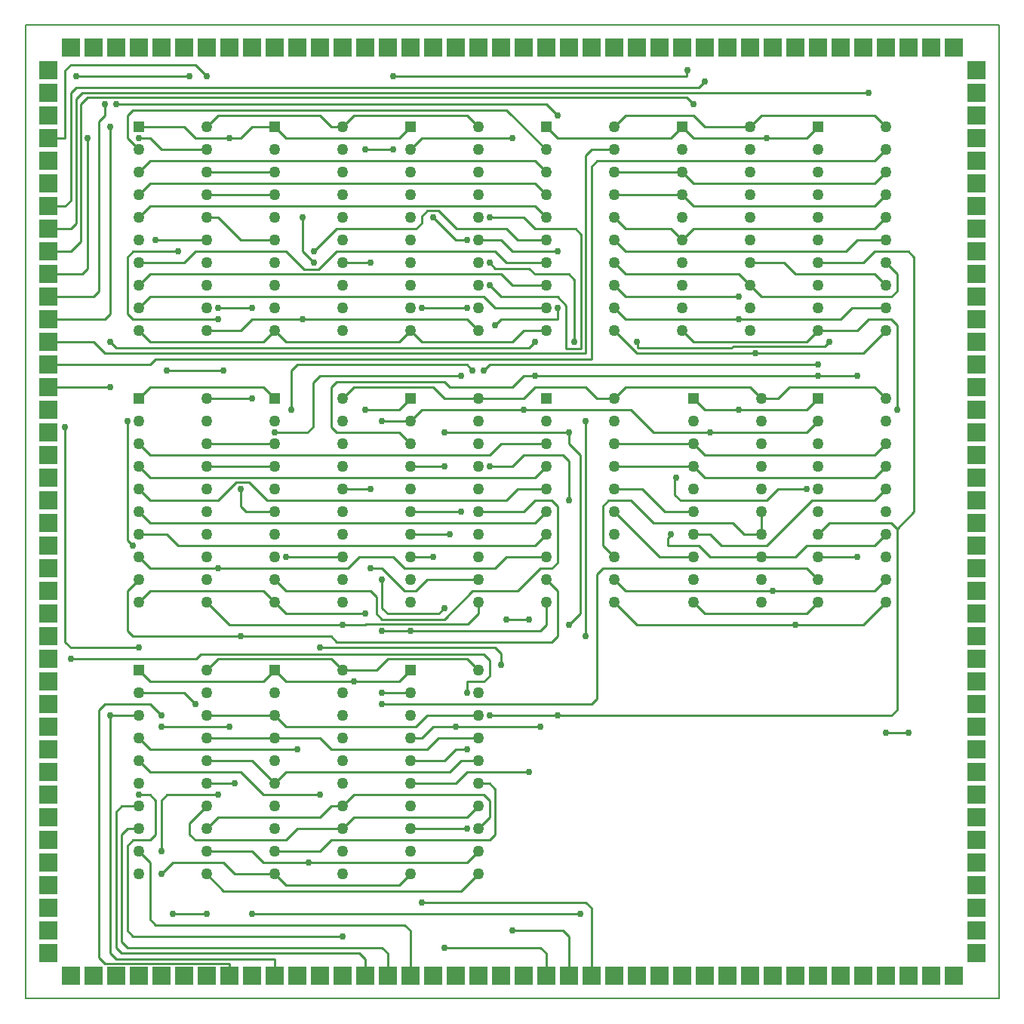
<source format=gbr>
G04 PROTEUS GERBER X2 FILE*
%TF.GenerationSoftware,Labcenter,Proteus,8.13-SP0-Build31525*%
%TF.CreationDate,2022-07-18T16:48:07+00:00*%
%TF.FileFunction,Copper,L1,Top*%
%TF.FilePolarity,Positive*%
%TF.Part,Single*%
%TF.SameCoordinates,{41493df7-e33e-458f-ac9c-d164e56dbbe3}*%
%FSLAX45Y45*%
%MOMM*%
G01*
%TA.AperFunction,Conductor*%
%ADD10C,0.254000*%
%TA.AperFunction,ViaPad*%
%ADD11C,0.762000*%
%TA.AperFunction,ComponentPad*%
%ADD12R,2.032000X2.032000*%
%TA.AperFunction,ComponentPad*%
%ADD13R,1.270000X1.270000*%
%ADD14C,1.270000*%
%TA.AperFunction,Profile*%
%ADD15C,0.203200*%
%TD.AperFunction*%
D10*
X-2667000Y+635000D02*
X-2296743Y+635000D01*
X-2233243Y+698500D01*
X-2233243Y+1195757D01*
X-2159000Y+1270000D01*
X-571500Y+1270000D01*
X-2667000Y+508000D02*
X-3429000Y+508000D01*
X-3428999Y+508000D01*
X-3429000Y+508001D01*
X-2476500Y+889000D02*
X-2476500Y+1333500D01*
X-2413000Y+1397000D01*
X-508000Y+1397000D01*
X-444500Y+1333500D01*
X-2667000Y+254000D02*
X-3429000Y+254000D01*
X-2667000Y-254000D02*
X-2984500Y-254000D01*
X-3048000Y-190500D01*
X-3048000Y+0D01*
X-2667000Y-1016000D02*
X-2540000Y-1143000D01*
X-1587500Y-1143000D01*
X-1524000Y-1206500D01*
X-1524000Y-1397000D01*
X-1460500Y-1460500D01*
X-762000Y-1460500D01*
X-444500Y-1143000D01*
X+63500Y-1143000D01*
X+317500Y-889000D01*
X+444500Y-889000D01*
X+508000Y-825500D01*
X+508000Y-190500D01*
X+444500Y-127000D01*
X+254000Y-127000D01*
X+127000Y-254000D01*
X-381000Y-254000D01*
X-127000Y-1968500D02*
X-127000Y-1841500D01*
X-190500Y-1778000D01*
X-2159000Y-1778000D01*
X-1905000Y-762000D02*
X-2540000Y-762000D01*
X-1460500Y-1016000D02*
X-1460500Y-1333500D01*
X-1397000Y-1397000D01*
X-825500Y-1397000D01*
X-762000Y-1333500D01*
X-1587500Y-889000D02*
X-1460500Y-889000D01*
X-1206500Y-1143000D01*
X-1079500Y-1143000D01*
X-952500Y-1016000D01*
X-381000Y-1016000D01*
X-1905000Y+0D02*
X-1587500Y+0D01*
X-1905000Y-1524000D02*
X-1651000Y-1524000D01*
X-1638300Y-1511300D01*
X-495300Y-1511300D01*
X-381000Y-1397000D01*
X-381000Y-1270000D01*
X-2032000Y-1524000D02*
X-1905000Y-1524000D01*
X-2032000Y-1524000D02*
X-3175000Y-1524000D01*
X-3429000Y-1270000D01*
X-2667000Y-2540000D02*
X-2540000Y-2667000D01*
X-1079500Y-2667000D01*
X-952499Y-2539999D01*
X-381000Y-2540000D01*
X-381000Y-2539999D01*
X-2667000Y-2540000D02*
X-3175000Y-2540000D01*
X-3175001Y-2539999D01*
X-3429000Y-2540000D01*
X-3429000Y-2539999D01*
X-2667000Y-2794000D02*
X-2159000Y-2794000D01*
X-2032000Y-2921000D01*
X-952500Y-2921000D01*
X-825500Y-2794000D01*
X-381000Y-2794000D01*
X-2667000Y-2794000D02*
X-3429000Y-2794000D01*
X-2667000Y-3302000D02*
X-2540000Y-3175000D01*
X-698500Y-3175000D01*
X-571500Y-3048000D01*
X-381000Y-3048000D01*
X-2667000Y-3302000D02*
X-2921000Y-3048000D01*
X-3429000Y-3048000D01*
X-2667000Y-4064000D02*
X-2159000Y-4064000D01*
X-2032000Y-3937000D01*
X-254000Y-3937000D01*
X-190500Y-3873500D01*
X-190500Y-3365500D01*
X-254000Y-3302000D01*
X-381000Y-3302000D01*
X-3111500Y-3302000D02*
X-3429000Y-3302000D01*
X-1905000Y-3810000D02*
X-2413000Y-3810000D01*
X-2540000Y-3937000D01*
X-3556000Y-3937000D01*
X-3619500Y-3873500D01*
X-3619500Y-3746500D01*
X-3429000Y-3556000D01*
X-1905000Y-3810000D02*
X-1778000Y-3683000D01*
X-508000Y-3683000D01*
X-381000Y-3556000D01*
X-1905000Y-3556000D02*
X-1778000Y-3429000D01*
X-317500Y-3429000D01*
X-254000Y-3492500D01*
X-254000Y-3683000D01*
X-381000Y-3810000D01*
X-1905000Y-3556000D02*
X-2032000Y-3556000D01*
X-2159000Y-3683000D01*
X-3302000Y-3683000D01*
X-3429000Y-3810000D01*
X-2032000Y-4191000D02*
X-508000Y-4191000D01*
X-381000Y-4064000D01*
X-2032000Y-4191000D02*
X-2286000Y-4191000D01*
X-2794000Y-4191000D01*
X-2921000Y-4064000D01*
X-3429000Y-4064000D01*
X-3429000Y-4318000D02*
X-3238500Y-4508500D01*
X-571500Y-4508500D01*
X-381000Y-4318000D01*
X+2032000Y+508000D02*
X+2159000Y+381000D01*
X+4063999Y+381000D01*
X+4191000Y+508000D01*
X+4191000Y+508001D01*
X+2032000Y+508000D02*
X+1397000Y+508000D01*
X+1396999Y+508001D01*
X+1143000Y+508000D01*
X+1143000Y+508001D01*
X+2032000Y+254000D02*
X+2159000Y+127000D01*
X+4064000Y+127000D01*
X+4191000Y+254000D01*
X+2032000Y+254000D02*
X+1143000Y+254000D01*
X+2032000Y-508000D02*
X+2222500Y-508000D01*
X+2349500Y-635000D01*
X+2857500Y-635000D01*
X+3365500Y-127000D01*
X+4064000Y-127000D01*
X+4191000Y+0D01*
X+2032000Y-254000D02*
X+1714500Y-254000D01*
X+1460500Y+0D01*
X+1143000Y+0D01*
X+2032000Y-762000D02*
X+1651000Y-762000D01*
X+1143000Y-254000D01*
X+2794000Y-762000D02*
X+3175000Y-762000D01*
X+3302000Y-635000D01*
X+4064000Y-635000D01*
X+4191000Y-508000D01*
X+2794000Y-762000D02*
X+2222500Y-762000D01*
X+2095500Y-635000D01*
X+1746873Y-635000D01*
X+1746873Y-546100D01*
X+1778000Y-514973D01*
X+1778000Y-508000D01*
X+2794000Y-508000D02*
X+2603500Y-508000D01*
X+2476500Y-381000D01*
X+1587500Y-381000D01*
X+1333500Y-127000D01*
X+1079500Y-127000D01*
X+1016000Y-190500D01*
X+1016000Y-635000D01*
X+1143000Y-762000D01*
X+2794000Y-508000D02*
X+2794000Y-254000D01*
X+2921000Y-1143000D02*
X+1270000Y-1143000D01*
X+1143000Y-1016000D01*
X+2921000Y-1143000D02*
X+4064000Y-1143000D01*
X+4191000Y-1016000D01*
X+3175000Y-1524000D02*
X+3937000Y-1524000D01*
X+4191000Y-1270000D01*
X+3048000Y-1524000D02*
X+1397000Y-1524000D01*
X+1143000Y-1270000D01*
X+3048000Y-1524000D02*
X+3175000Y-1524000D01*
X+1905000Y+3556000D02*
X+2032000Y+3429000D01*
X+4063999Y+3429000D01*
X+4191000Y+3556000D01*
X+4191000Y+3556001D01*
X+1905000Y+3556000D02*
X+1397000Y+3556000D01*
X+1396999Y+3556001D01*
X+1143000Y+3556000D01*
X+1143000Y+3556001D01*
X+1905000Y+3302000D02*
X+2032000Y+3175000D01*
X+4064000Y+3175000D01*
X+4191000Y+3302000D01*
X+1905000Y+3302000D02*
X+1143000Y+3302000D01*
X+1905000Y+2794000D02*
X+2032000Y+2921000D01*
X+4064000Y+2921000D01*
X+4191000Y+3048000D01*
X+1905000Y+2794000D02*
X+1778000Y+2921000D01*
X+1270000Y+2921000D01*
X+1143000Y+3048000D01*
X+1143000Y+2794000D02*
X+1270000Y+2667000D01*
X+3746500Y+2667000D01*
X+3873500Y+2794000D01*
X+4191000Y+2794000D01*
X+2667000Y+2286000D02*
X+2794000Y+2159000D01*
X+4254500Y+2159000D01*
X+4318000Y+2222500D01*
X+4318000Y+2413000D01*
X+4191000Y+2540000D01*
X+2667000Y+2286000D02*
X+2540000Y+2413000D01*
X+1270000Y+2413000D01*
X+1143000Y+2540000D01*
X+2667000Y+2540000D02*
X+3048000Y+2540000D01*
X+3175000Y+2413000D01*
X+4064000Y+2413000D01*
X+4191000Y+2286000D01*
X+2540000Y+2159000D02*
X+1270000Y+2159000D01*
X+1143000Y+2286000D01*
X+2540000Y+1905000D02*
X+3683000Y+1905000D01*
X+3810000Y+2032000D01*
X+4191000Y+2032000D01*
X+2540000Y+1905000D02*
X+1270000Y+1905000D01*
X+1143000Y+2032000D01*
X+2730500Y+1524000D02*
X+3937000Y+1524000D01*
X+4191000Y+1778000D01*
X+2730500Y+1524000D02*
X+1397000Y+1524000D01*
X+1143000Y+1778000D01*
X-2667000Y+3556000D02*
X-3175000Y+3556000D01*
X-3175001Y+3556001D01*
X-3429000Y+3556000D01*
X-3429000Y+3556001D01*
X-2667000Y+3302000D02*
X-3429000Y+3302000D01*
X-2667000Y+2794000D02*
X-3048000Y+2794000D01*
X-3302000Y+3048000D01*
X-3429000Y+3048000D01*
X+508000Y+2667000D02*
X+0Y+2667000D01*
X-127000Y+2794000D01*
X-381000Y+2794000D01*
X-4445000Y+4318000D02*
X+381000Y+4318000D01*
X+508000Y+4191000D01*
X-3429000Y+2794000D02*
X-4000500Y+2794000D01*
X-1905000Y+2540000D02*
X-1587500Y+2540000D01*
X-254000Y+3048000D02*
X+127000Y+3048000D01*
X+254000Y+2921000D01*
X+711200Y+2921000D01*
X+774700Y+2857500D01*
X+774700Y+1574800D01*
X+603250Y+1574800D01*
X+603250Y+2063750D01*
X+508000Y+2159000D01*
X-127000Y+2159000D01*
X-254000Y+2286000D01*
X-2349500Y+1905000D02*
X-508000Y+1905000D01*
X-381000Y+1778000D01*
X-2349500Y+1905000D02*
X-2921000Y+1905000D01*
X-3048000Y+1778000D01*
X-3429000Y+1778000D01*
X-2349500Y+3048000D02*
X-2349500Y+2667000D01*
X-2222500Y+2540000D01*
X-4191000Y+3810000D02*
X-4318000Y+3937000D01*
X-4318000Y+4191000D01*
X-4254500Y+4254500D01*
X-63500Y+4254500D01*
X+381000Y+3810000D01*
X-4191000Y+254000D02*
X-4064000Y+127000D01*
X+254000Y+127000D01*
X+381000Y+254000D01*
X-4191000Y-2794000D02*
X-4064000Y-2921000D01*
X-2413000Y-2921000D01*
X-4191000Y+0D02*
X-4064000Y-127000D01*
X-3302000Y-127000D01*
X-3098800Y+76200D01*
X-2950938Y+76200D01*
X-2747738Y-127000D01*
X-63500Y-127000D01*
X+63500Y+0D01*
X+381000Y+0D01*
X-4191000Y-3048000D02*
X-4064000Y-3175000D01*
X-3048000Y-3175000D01*
X-2794000Y-3429000D01*
X-2159000Y-3429000D01*
X-4191000Y-254000D02*
X-4064000Y-381000D01*
X+254000Y-381000D01*
X+381000Y-254000D01*
X-4191000Y-3429000D02*
X-4064000Y-3429000D01*
X-4000500Y-3492500D01*
X-4000500Y-3873500D01*
X-4064000Y-3937000D01*
X-4254500Y-3937000D01*
X-4318000Y-4000500D01*
X-4318000Y-4953000D01*
X-4254500Y-5016500D01*
X-1905000Y-5016500D01*
X-4191000Y-3556000D02*
X-4381500Y-3556000D01*
X-4445000Y-3619500D01*
X-4445000Y-5143500D01*
X-4381500Y-5207000D01*
X-1714500Y-5207000D01*
X-1651000Y-5270500D01*
X-1651000Y-5461000D01*
X-4191000Y-508000D02*
X-3873500Y-508000D01*
X-3746500Y-635000D01*
X+254000Y-635000D01*
X+381000Y-508000D01*
X-4191000Y-3810000D02*
X-4318000Y-3810000D01*
X-4381500Y-3873500D01*
X-4381500Y-5080000D01*
X-4318000Y-5143500D01*
X-1460500Y-5143500D01*
X-1397000Y-5207000D01*
X-1397000Y-5461000D01*
X-3302000Y-889000D02*
X-1841500Y-889000D01*
X-1714500Y-762000D01*
X-1333500Y-762000D01*
X-1206500Y-889000D01*
X-190500Y-889000D01*
X-63500Y-762000D01*
X+381000Y-762000D01*
X-3302000Y-889000D02*
X-4064000Y-889000D01*
X-4191000Y-762000D01*
X-3937000Y-2667000D02*
X-3175000Y-2667000D01*
X-4191000Y-4064000D02*
X-4064000Y-4191000D01*
X-4064000Y-4826000D01*
X-4000500Y-4889500D01*
X-1206500Y-4889500D01*
X-1143000Y-4953000D01*
X-1143000Y-5461000D01*
X-3048000Y-1651000D02*
X-4254500Y-1651000D01*
X-4318000Y-1587500D01*
X-4318000Y-1143000D01*
X-4191000Y-1016000D01*
X-3048000Y-1651000D02*
X-2032000Y-1651000D01*
X-1968500Y-1714500D01*
X+444500Y-1714500D01*
X+508000Y-1651000D01*
X+508000Y-1143000D01*
X+381000Y-1016000D01*
X-3937000Y-4064000D02*
X-3937000Y-3492500D01*
X-3873500Y-3429000D01*
X-3302000Y-3429000D01*
X-4191000Y+3556000D02*
X-4064000Y+3683000D01*
X+254000Y+3683000D01*
X+381000Y+3556000D01*
X-4191000Y+3302000D02*
X-4064000Y+3429000D01*
X+254000Y+3429000D01*
X+381000Y+3302000D01*
X-4191000Y+3048000D02*
X-4064000Y+3175000D01*
X+254000Y+3175000D01*
X+381000Y+3048000D01*
X-2222500Y+2667000D02*
X-1968500Y+2921000D01*
X-1079500Y+2921000D01*
X-1016000Y+2984500D01*
X-1016000Y+3060700D01*
X-952500Y+3124200D01*
X-825500Y+3124200D01*
X-622300Y+2921000D01*
X-63500Y+2921000D01*
X+63500Y+2794000D01*
X+381000Y+2794000D01*
X-3302000Y+2032000D02*
X-2921000Y+2032000D01*
X-3873500Y+1333500D02*
X-3238500Y+1333500D01*
X-4191000Y+2540000D02*
X-3683000Y+2540000D01*
X-3556000Y+2667000D01*
X-2540000Y+2667000D01*
X-2336800Y+2463800D01*
X-2171700Y+2463800D01*
X-1968500Y+2667000D01*
X-190500Y+2667000D01*
X-63500Y+2540000D01*
X+381000Y+2540000D01*
X-4191000Y+2286000D02*
X-4064000Y+2413000D01*
X-127000Y+2413000D01*
X+0Y+2286000D01*
X+381000Y+2286000D01*
X-3429000Y-4762500D02*
X-3810000Y-4762500D01*
X-4191000Y+2032000D02*
X-4064000Y+2159000D01*
X-317500Y+2159000D01*
X-190500Y+2032000D01*
X+381000Y+2032000D01*
X-3937000Y-2540000D02*
X-4064000Y-2413000D01*
X-4572000Y-2413000D01*
X-4635500Y-2476500D01*
X-4635500Y-5257800D01*
X-4572000Y-5321300D01*
X-3175000Y-5321300D01*
X-3175000Y-5461000D01*
X-4318000Y+762000D02*
X-4318000Y-571500D01*
X-4254500Y-635000D01*
X+762000Y-4762500D02*
X-2921000Y-4762500D01*
X+825500Y+762000D02*
X+825500Y-1651000D01*
X-4191000Y-2286000D02*
X-3683000Y-2286000D01*
X-3556000Y-2413000D01*
X-4508500Y-2730500D02*
X-4508500Y-5207000D01*
X-4445000Y-5270500D01*
X-2667000Y-5270500D01*
X-2667000Y-5461000D01*
X-4508500Y-2730500D02*
X-4508500Y-2540000D01*
X-4191000Y+508000D02*
X-4064000Y+381000D01*
X-254000Y+381000D01*
X-127000Y+508000D01*
X+381000Y+508000D01*
X-4508500Y-2540000D02*
X-4191000Y-2540000D01*
X+2222500Y+635000D02*
X+1587500Y+635000D01*
X+1333500Y+889000D01*
X+127000Y+889000D01*
X-1143000Y+762000D02*
X-1016000Y+889000D01*
X+127000Y+889000D01*
X+2222500Y+635000D02*
X+3302000Y+635000D01*
X+3429000Y+762000D01*
X+0Y+3937000D02*
X-1016000Y+3937000D01*
X-1143000Y+3810000D01*
X-1143000Y+762000D02*
X-1460500Y+762000D01*
X-1143000Y-2286000D02*
X-1460500Y-2286000D01*
X-1143000Y+508000D02*
X-1270000Y+635000D01*
X-1968500Y+635000D01*
X-2032000Y+698500D01*
X-2032000Y+1143000D01*
X-1968500Y+1206500D01*
X-762000Y+1206500D01*
X-698500Y+1143000D01*
X+0Y+1143000D01*
X+127000Y+1270000D01*
X+254000Y+1270000D01*
X+3429000Y+1270000D02*
X+3873500Y+1270000D01*
X+3429000Y+1270000D02*
X+254000Y+1270000D01*
X-762000Y+635000D02*
X+635000Y+635000D01*
X-508000Y-2667000D02*
X-635000Y-2667000D01*
X-889000Y-2667000D01*
X-1016000Y-2794000D01*
X-1143000Y-2794000D01*
X+635000Y+508000D02*
X+762000Y+381000D01*
X+762000Y-1397000D01*
X+635000Y-1524000D01*
X-508000Y-2667000D02*
X+317500Y-2667000D01*
X-762000Y+254000D02*
X-1143000Y+254000D01*
X+635000Y+508000D02*
X+635000Y+635000D01*
X-1333500Y+3810000D02*
X-1651000Y+3810000D01*
X+1968500Y+4699000D02*
X+1956388Y+4686888D01*
X+1956388Y+4635500D01*
X-1333500Y+4635500D01*
X+3302000Y+0D02*
X+2984500Y+0D01*
X+2857500Y-127000D01*
X+1888227Y-127000D01*
X+1824727Y-63500D01*
X+1824727Y+110227D01*
X+1841500Y+127000D01*
X-508000Y-2921000D02*
X-635000Y-2921000D01*
X-762000Y-3048000D01*
X-1143000Y-3048000D01*
X-508000Y+2794000D02*
X-635000Y+2794000D01*
X-889000Y+3048000D01*
X-508000Y+2032000D02*
X-1016000Y+2032000D01*
X-317500Y+1333500D02*
X-254000Y+1397000D01*
X+3429000Y+1397000D01*
X+190500Y-3175000D02*
X-508000Y-3175000D01*
X-635000Y-3302000D01*
X-1143000Y-3302000D01*
X-63500Y-1460500D02*
X+190500Y-1460500D01*
X-571500Y-254000D02*
X-1143000Y-254000D01*
X+4318000Y-444500D02*
X+4318000Y-2476500D01*
X+4254500Y-2540000D01*
X+508000Y-2540000D01*
X+4318000Y-444500D02*
X+4508500Y-254000D01*
X+4508500Y+2603500D01*
X+4445000Y+2667000D01*
X+4064000Y+2667000D01*
X+3937000Y+2540000D01*
X+3429000Y+2540000D01*
X+3429000Y-508000D02*
X+3556000Y-381000D01*
X+4254500Y-381000D01*
X+4318000Y-444500D01*
X+381000Y-5461000D02*
X+381000Y-5207000D01*
X+317500Y-5143500D01*
X-762000Y-5143500D01*
X+698500Y+1651000D02*
X+698500Y+2349500D01*
X+635000Y+2413000D01*
X+254000Y+2413000D01*
X+190500Y+2476500D01*
X-190500Y+2476500D01*
X-254000Y+2540000D01*
X+3556000Y+1651000D02*
X+3505200Y+1600200D01*
X+2476500Y+1600200D01*
X+2463800Y+1587500D01*
X+1406795Y+1587500D01*
X+1406795Y+1641205D01*
X+1397000Y+1651000D01*
X+508000Y-2540000D02*
X-254000Y-2540000D01*
X-698500Y-508000D02*
X-1143000Y-508000D01*
X+635000Y-127000D02*
X+635000Y+317500D01*
X+571500Y+381000D01*
X+127000Y+381000D01*
X+0Y+254000D01*
X-254000Y+254000D01*
X+0Y-4953000D02*
X+571500Y-4953000D01*
X+635000Y-5016500D01*
X+635000Y-5461000D01*
X+3429000Y-762000D02*
X+3873500Y-762000D01*
X-889000Y-762000D02*
X-1143000Y-762000D01*
X-508000Y-3810000D02*
X-1143000Y-3810000D01*
X+3429000Y-1016000D02*
X+3302000Y-889000D01*
X+1016000Y-889000D01*
X+952500Y-952500D01*
X+952500Y-2349500D01*
X+889000Y-2413000D01*
X-1460500Y-2413000D01*
X-1016000Y-4635500D02*
X+825500Y-4635500D01*
X+889000Y-4699000D01*
X+889000Y-5461000D01*
X-1143000Y-1587500D02*
X-1460500Y-1587500D01*
X+381000Y-1270000D02*
X+381000Y-1524000D01*
X+317500Y-1587500D01*
X-1143000Y-1587500D01*
X-1143000Y+1778000D02*
X-1016000Y+1651000D01*
X+0Y+1651000D01*
X+127000Y+1778000D01*
X+381000Y+1778000D01*
X-2667000Y+1778000D02*
X-2794000Y+1651000D01*
X-4064000Y+1651000D01*
X-4191000Y+1778000D01*
X-2667000Y-4318000D02*
X-3111500Y-4318000D01*
X-3238500Y-4191000D01*
X-3810000Y-4191000D01*
X-3937000Y-4318000D01*
X+3429000Y+1778000D02*
X+3873500Y+1778000D01*
X+4000500Y+1905000D01*
X+4254500Y+1905000D01*
X+4318000Y+1841500D01*
X+4318000Y+889000D01*
X-2667000Y-1270000D02*
X-2540000Y-1397000D01*
X-1651000Y-1397000D01*
X-3556000Y-1143000D02*
X-2921000Y-1143000D01*
X-3556000Y-1143000D02*
X-4064000Y-1143000D01*
X-4191000Y-1270000D01*
X+2032000Y-1270000D02*
X+2159000Y-1397000D01*
X+2413000Y-1397000D01*
X-2667000Y+1778000D02*
X-2540000Y+1651000D01*
X-1270000Y+1651000D01*
X-1143000Y+1778000D01*
X+1905000Y+1778000D02*
X+2032000Y+1651000D01*
X+3302000Y+1651000D01*
X+3429000Y+1778000D01*
X+2413000Y-1397000D02*
X+3302000Y-1397000D01*
X+3429000Y-1270000D01*
X-2667000Y-1270000D02*
X-2794000Y-1143000D01*
X-2921000Y-1143000D01*
X-2667000Y-4318000D02*
X-2540000Y-4445000D01*
X-1270000Y-4445000D01*
X-1143000Y-4318000D01*
X-4191000Y+3937000D02*
X-4064000Y+3937000D01*
X-3937001Y+3810001D01*
X-3429000Y+3810000D01*
X-3429000Y+3810001D01*
X-4762500Y+3937000D02*
X-4762500Y+2476500D01*
X-4826000Y+2413000D01*
X-5207000Y+2413000D01*
X-4572000Y+4318000D02*
X-4572000Y+4191000D01*
X-4635500Y+4127500D01*
X-4635500Y+2222500D01*
X-4699000Y+2159000D01*
X-5207000Y+2159000D01*
X-3048000Y+3937000D02*
X-3175000Y+3937000D01*
X-4191000Y+4064000D02*
X-3683000Y+4064000D01*
X-3556000Y+3937000D01*
X-3175000Y+3937000D01*
X-2667000Y+4064000D02*
X-2921000Y+4064000D01*
X-3048000Y+3937000D01*
X-4508500Y+4064000D02*
X-4508500Y+1968500D01*
X-4572000Y+1905000D01*
X-5207000Y+1905000D01*
X-2667000Y+4064000D02*
X-2540000Y+3937000D01*
X-1778000Y+3937000D01*
X-1270000Y+3937000D01*
X-1143000Y+4064000D01*
X-5207000Y+1651000D02*
X-4699000Y+1651000D01*
X-4572000Y+1524000D01*
X+825500Y+1524000D01*
X+825500Y+3746500D01*
X+889001Y+3810001D01*
X+1143000Y+3810000D01*
X+1143000Y+3810001D01*
X-5207000Y+1397000D02*
X-4064000Y+1397000D01*
X-4000500Y+1460500D01*
X+889000Y+1460500D01*
X+889000Y+3619500D01*
X+952500Y+3683000D01*
X+4063999Y+3683000D01*
X+4191000Y+3810000D01*
X+4191000Y+3810001D01*
X+2540000Y+3937000D02*
X+2857500Y+3937000D01*
X+1905000Y+4064000D02*
X+1778000Y+3937000D01*
X+508000Y+3937000D01*
X+381000Y+4064000D01*
X-4508500Y+1143000D02*
X-5207000Y+1143000D01*
X+254000Y+1651000D02*
X+190500Y+1587500D01*
X-4445000Y+1587500D01*
X-4508500Y+1651000D01*
X+1905000Y+4064000D02*
X+2032000Y+3937000D01*
X+2286000Y+3937000D01*
X+2413000Y+3937000D02*
X+2286000Y+3937000D01*
X+2540000Y+3937000D02*
X+2413000Y+3937000D01*
X+2857500Y+3937000D02*
X+3302000Y+3937000D01*
X+3429000Y+4064000D01*
X-4889500Y+4635500D02*
X-3619500Y+4635500D01*
X-190500Y+1841500D02*
X-127000Y+1905000D01*
X+508000Y+1905000D01*
X+508000Y+2032000D01*
X-2667000Y+1016000D02*
X-2794000Y+1143000D01*
X-4064000Y+1143000D01*
X-4191000Y+1016000D01*
X-1651000Y+889000D02*
X-1270000Y+889000D01*
X-1143000Y+1016000D01*
X-3429000Y+4635500D02*
X-3556000Y+4762500D01*
X-4953000Y+4762500D01*
X-5016500Y+4699000D01*
X-5016500Y+3937000D01*
X-5207000Y+3937000D01*
X-3302000Y+1905000D02*
X-4254500Y+1905000D01*
X-4318000Y+1968500D01*
X-4318000Y+2603500D01*
X-4254500Y+2667000D01*
X-3746500Y+2667000D01*
X-508000Y-2286000D02*
X-508000Y-2159000D01*
X-317500Y-2159000D01*
X-254000Y-2095500D01*
X-254000Y-1917700D01*
X-317500Y-1854200D01*
X-3492500Y-1854200D01*
X-3543300Y-1905000D01*
X-4953000Y-1905000D01*
X-4191000Y-1778000D02*
X-4953000Y-1778000D01*
X-5016500Y-1714500D01*
X-5016500Y+698500D01*
X-2667000Y-2032000D02*
X-2794000Y-2159000D01*
X-4064000Y-2159000D01*
X-4191000Y-2032000D01*
X-1778000Y-2159000D02*
X-1524000Y-2159000D01*
X-2667000Y-2032000D02*
X-2540000Y-2159000D01*
X-1778000Y-2159000D01*
X-1524000Y-2159000D02*
X-1270000Y-2159000D01*
X-1143000Y-2032000D01*
X+2159000Y+4572000D02*
X+2095500Y+4508500D01*
X-4889500Y+4508500D01*
X-4953000Y+4445000D01*
X-4953000Y+3238500D01*
X-5016500Y+3175000D01*
X-5207000Y+3175000D01*
X+4000500Y+4445000D02*
X-4826000Y+4445000D01*
X-4889500Y+4381500D01*
X-4889500Y+2984500D01*
X-4953000Y+2921000D01*
X-5207000Y+2921000D01*
X+2032000Y+4318000D02*
X+1955800Y+4394200D01*
X-4762500Y+4394200D01*
X-4838700Y+4318000D01*
X-4838700Y+2781300D01*
X-4953000Y+2667000D01*
X-5207000Y+2667000D01*
X+2540000Y+889000D02*
X+2667000Y+889000D01*
X+2032000Y+1016000D02*
X+2159000Y+889000D01*
X+2540000Y+889000D01*
X+2667000Y+889000D02*
X+3302000Y+889000D01*
X+3429000Y+1016000D01*
X+4191000Y-2730500D02*
X+4445000Y-2730500D01*
X+2794000Y+1016000D02*
X+2667000Y+1143000D01*
X+1270000Y+1143000D01*
X+1143000Y+1016000D01*
X-381000Y+1016000D02*
X+127000Y+1016000D01*
X+254000Y+1143000D01*
X+825500Y+1143000D01*
X+952500Y+1016000D01*
X+1143000Y+1016000D01*
X-1905000Y+1016000D02*
X-1778000Y+1143000D01*
X-889000Y+1143000D01*
X-762000Y+1016000D01*
X-381000Y+1016000D01*
X-1905000Y+4064000D02*
X-1778000Y+4191000D01*
X-508000Y+4191000D01*
X-381000Y+4064000D01*
X-1905000Y+4064000D02*
X-2032000Y+4064000D01*
X-2159000Y+4191000D01*
X-3302000Y+4191000D01*
X-3429000Y+4064000D01*
X-1905000Y-2032000D02*
X-2032000Y-1905000D01*
X-3302000Y-1905000D01*
X-3429000Y-2032000D01*
X+2667000Y+4064000D02*
X+2794000Y+4191000D01*
X+4064000Y+4191000D01*
X+4191000Y+4064000D01*
X-1905000Y-2032000D02*
X-1524000Y-2032000D01*
X-1397000Y-1905000D01*
X-508000Y-1905000D01*
X-381000Y-2032000D01*
X+2667000Y+4064000D02*
X+2159000Y+4064000D01*
X+2032000Y+4191000D01*
X+1270000Y+4191000D01*
X+1143000Y+4064000D01*
X+2794000Y+1016000D02*
X+2984500Y+1016000D01*
X+3111500Y+1143000D01*
X+4064000Y+1143000D01*
X+4191000Y+1016000D01*
X-2921000Y+1016000D02*
X-3429000Y+1016000D01*
D11*
X-571500Y+1270000D03*
X-2667000Y+635000D03*
X-444500Y+1333500D03*
X-2476500Y+889000D03*
X-3048000Y+0D03*
X-2159000Y-1778000D03*
X-127000Y-1968500D03*
X-2540000Y-762000D03*
X-762000Y-1333500D03*
X-1460500Y-1016000D03*
X-1587500Y-889000D03*
X-1587500Y+0D03*
X-1905000Y-1524000D03*
X-3111500Y-3302000D03*
X-2286000Y-4191000D03*
X+1778000Y-508000D03*
X+2921000Y-1143000D03*
X+3175000Y-1524000D03*
X+2540000Y+2159000D03*
X+2540000Y+1905000D03*
X+2730500Y+1524000D03*
X+508000Y+2667000D03*
X+508000Y+4191000D03*
X-4445000Y+4318000D03*
X-4000500Y+2794000D03*
X-1587500Y+2540000D03*
X-254000Y+2286000D03*
X-254000Y+3048000D03*
X-2349500Y+1905000D03*
X-2222500Y+2540000D03*
X-2349500Y+3048000D03*
X-2413000Y-2921000D03*
X-2159000Y-3429000D03*
X-1905000Y-5016500D03*
X-4191000Y-3429000D03*
X-3175000Y-2667000D03*
X-3937000Y-2667000D03*
X-3302000Y-889000D03*
X-3048000Y-1651000D03*
X-3302000Y-3429000D03*
X-3937000Y-4064000D03*
X-2222500Y+2667000D03*
X-2921000Y+2032000D03*
X-3302000Y+2032000D03*
X-3238500Y+1333500D03*
X-3873500Y+1333500D03*
X-3810000Y-4762500D03*
X-3429000Y-4762500D03*
X-3937000Y-2540000D03*
X-4254500Y-635000D03*
X-4318000Y+762000D03*
X-2921000Y-4762500D03*
X+762000Y-4762500D03*
X+825500Y-1651000D03*
X+825500Y+762000D03*
X-3556000Y-2413000D03*
X-4508500Y-2540000D03*
X+0Y+3937000D03*
X-1460500Y+762000D03*
X-1460500Y-2286000D03*
X+127000Y+889000D03*
X+2222500Y+635000D03*
X+3873500Y+1270000D03*
X+254000Y+1270000D03*
X+3429000Y+1270000D03*
X+635000Y+635000D03*
X-635000Y-2667000D03*
X+635000Y-1524000D03*
X+317500Y-2667000D03*
X-762000Y+254000D03*
X-762000Y+635000D03*
X-1651000Y+3810000D03*
X-1333500Y+3810000D03*
X-1333500Y+4635500D03*
X+1968500Y+4699000D03*
X+1841500Y+127000D03*
X+3302000Y+0D03*
X-889000Y+3048000D03*
X-508000Y+2794000D03*
X-1016000Y+2032000D03*
X-508000Y+2032000D03*
X+3429000Y+1397000D03*
X-317500Y+1333500D03*
X-508000Y-2921000D03*
X+190500Y-3175000D03*
X+190500Y-1460500D03*
X-63500Y-1460500D03*
X-571500Y-254000D03*
X-762000Y-5143500D03*
X-254000Y+2540000D03*
X+698500Y+1651000D03*
X+1397000Y+1651000D03*
X+3556000Y+1651000D03*
X-254000Y-2540000D03*
X-698500Y-508000D03*
X+508000Y-2540000D03*
X-254000Y+254000D03*
X+0Y-4953000D03*
X+3873500Y-762000D03*
X-889000Y-762000D03*
X-508000Y-3810000D03*
X+635000Y-127000D03*
X-1460500Y-2413000D03*
X-1016000Y-4635500D03*
X-1460500Y-1587500D03*
X-3937000Y-4318000D03*
X+4318000Y+889000D03*
X-1651000Y-1397000D03*
X-1143000Y-1587500D03*
X-4191000Y+3937000D03*
X-4762500Y+3937000D03*
X-4572000Y+4318000D03*
X-3175000Y+3937000D03*
X-4508500Y+4064000D03*
X+2857500Y+3937000D03*
X-4508500Y+1143000D03*
X-4508500Y+1651000D03*
X+254000Y+1651000D03*
X-3619500Y+4635500D03*
X-4889500Y+4635500D03*
X+508000Y+2032000D03*
X-190500Y+1841500D03*
X-1651000Y+889000D03*
X-3429000Y+4635500D03*
X-3746500Y+2667000D03*
X-3302000Y+1905000D03*
X-4953000Y-1905000D03*
X-508000Y-2286000D03*
X-5016500Y+698500D03*
X-4191000Y-1778000D03*
X-1778000Y-2159000D03*
X+2159000Y+4572000D03*
X+4000500Y+4445000D03*
X+2032000Y+4318000D03*
X+2540000Y+889000D03*
X+4445000Y-2730500D03*
X+4191000Y-2730500D03*
X-2921000Y+1016000D03*
D12*
X-2921000Y+4953000D03*
X-2667000Y+4953000D03*
X-2413000Y+4953000D03*
X-2159000Y+4953000D03*
X-1905000Y+4953000D03*
X-1651000Y+4953000D03*
X-1397000Y+4953000D03*
X-1143000Y+4953000D03*
X-889000Y+4953000D03*
X-635000Y+4953000D03*
X-381000Y+4953000D03*
X-127000Y+4953000D03*
X+127000Y+4953000D03*
X+381000Y+4953000D03*
X+635000Y+4953000D03*
X+889000Y+4953000D03*
X+1143000Y+4953000D03*
X+1397000Y+4953000D03*
X+1651000Y+4953000D03*
X+1905000Y+4953000D03*
X+2159000Y+4953000D03*
X+2413000Y+4953000D03*
X+2667000Y+4953000D03*
X+2921000Y+4953000D03*
X+3175000Y+4953000D03*
X+3429000Y+4953000D03*
X+3683000Y+4953000D03*
X+3937000Y+4953000D03*
X+4191000Y+4953000D03*
X+4445000Y+4953000D03*
X+4699000Y+4953000D03*
X+4953000Y+4953000D03*
X-4953000Y+4953000D03*
X-4699000Y+4953000D03*
X-4445000Y+4953000D03*
X-4191000Y+4953000D03*
X-3937000Y+4953000D03*
X-3683000Y+4953000D03*
X-3429000Y+4953000D03*
X-3175000Y+4953000D03*
X-4953000Y-5461000D03*
X-4699000Y-5461000D03*
X-4445000Y-5461000D03*
X-4191000Y-5461000D03*
X-3937000Y-5461000D03*
X-3683000Y-5461000D03*
X-3429000Y-5461000D03*
X-3175000Y-5461000D03*
X-2921000Y-5461000D03*
X-2667000Y-5461000D03*
X-2413000Y-5461000D03*
X-2159000Y-5461000D03*
X-1905000Y-5461000D03*
X-1651000Y-5461000D03*
X-1397000Y-5461000D03*
X-1143000Y-5461000D03*
X-889000Y-5461000D03*
X-635000Y-5461000D03*
X-381000Y-5461000D03*
X-127000Y-5461000D03*
X+127000Y-5461000D03*
X+381000Y-5461000D03*
X+635000Y-5461000D03*
X+889000Y-5461000D03*
X+1143000Y-5461000D03*
X+1397000Y-5461000D03*
X+1651000Y-5461000D03*
X+1905000Y-5461000D03*
X+2159000Y-5461000D03*
X+2413000Y-5461000D03*
X+2667000Y-5461000D03*
X+2921000Y-5461000D03*
X+3175000Y-5461000D03*
X+3429000Y-5461000D03*
X+3683000Y-5461000D03*
X+3937000Y-5461000D03*
X+4191000Y-5461000D03*
X+4445000Y-5461000D03*
X+4699000Y-5461000D03*
X+4953000Y-5461000D03*
X-5207000Y+4699000D03*
X-5207000Y+4445000D03*
X-5207000Y+4191000D03*
X-5207000Y+3937000D03*
X-5207000Y+3683000D03*
X-5207000Y+3429000D03*
X-5207000Y+3175000D03*
X-5207000Y+2921000D03*
X-5207000Y+2667000D03*
X-5207000Y+2413000D03*
X-5207000Y+2159000D03*
X-5207000Y+1905000D03*
X-5207000Y+1651000D03*
X-5207000Y+1397000D03*
X-5207000Y+1143000D03*
X-5207000Y+889000D03*
X-5207000Y+635000D03*
X-5207000Y+381000D03*
X-5207000Y+127000D03*
X-5207000Y-127000D03*
X-5207000Y-381000D03*
X-5207000Y-635000D03*
X-5207000Y-889000D03*
X-5207000Y-1143000D03*
X-5207000Y-1397000D03*
X-5207000Y-1651000D03*
X-5207000Y-1905000D03*
X-5207000Y-2159000D03*
X-5207000Y-2413000D03*
X-5207000Y-2667000D03*
X-5207000Y-2921000D03*
X-5207000Y-3175000D03*
X-5207000Y-3429000D03*
X-5207000Y-3683000D03*
X-5207000Y-3937000D03*
X-5207000Y-4191000D03*
X-5207000Y-4445000D03*
X-5207000Y-4699000D03*
X-5207000Y-4953000D03*
X-5207000Y-5207000D03*
X+5207000Y+4699000D03*
X+5207000Y+4445000D03*
X+5207000Y+4191000D03*
X+5207000Y+3937000D03*
X+5207000Y+3683000D03*
X+5207000Y+3429000D03*
X+5207000Y+3175000D03*
X+5207000Y+2921000D03*
X+5207000Y+2667000D03*
X+5207000Y+2413000D03*
X+5207000Y+2159000D03*
X+5207000Y+1905000D03*
X+5207000Y+1651000D03*
X+5207000Y+1397000D03*
X+5207000Y+1143000D03*
X+5207000Y+889000D03*
X+5207000Y+635000D03*
X+5207000Y+381000D03*
X+5207000Y+127000D03*
X+5207000Y-127000D03*
X+5207000Y-381000D03*
X+5207000Y-635000D03*
X+5207000Y-889000D03*
X+5207000Y-1143000D03*
X+5207000Y-1397000D03*
X+5207000Y-1651000D03*
X+5207000Y-1905000D03*
X+5207000Y-2159000D03*
X+5207000Y-2413000D03*
X+5207000Y-2667000D03*
X+5207000Y-2921000D03*
X+5207000Y-3175000D03*
X+5207000Y-3429000D03*
X+5207000Y-3683000D03*
X+5207000Y-3937000D03*
X+5207000Y-4191000D03*
X+5207000Y-4445000D03*
X+5207000Y-4699000D03*
X+5207000Y-4953000D03*
X+5207000Y-5207000D03*
D13*
X-2667000Y+4064000D03*
D14*
X-2667000Y+3810000D03*
X-2667000Y+3556000D03*
X-2667000Y+3302000D03*
X-2667000Y+3048000D03*
X-2667000Y+2794000D03*
X-2667000Y+2540000D03*
X-2667000Y+2286000D03*
X-2667000Y+2032000D03*
X-2667000Y+1778000D03*
X-1905000Y+1778000D03*
X-1905000Y+2032000D03*
X-1905000Y+2286000D03*
X-1905000Y+2540000D03*
X-1905000Y+2794000D03*
X-1905000Y+3048000D03*
X-1905000Y+3302000D03*
X-1905000Y+3556000D03*
X-1905000Y+3810000D03*
X-1905000Y+4064000D03*
D13*
X-4191000Y+4064000D03*
D14*
X-4191000Y+3810000D03*
X-4191000Y+3556000D03*
X-4191000Y+3302000D03*
X-4191000Y+3048000D03*
X-4191000Y+2794000D03*
X-4191000Y+2540000D03*
X-4191000Y+2286000D03*
X-4191000Y+2032000D03*
X-4191000Y+1778000D03*
X-3429000Y+1778000D03*
X-3429000Y+2032000D03*
X-3429000Y+2286000D03*
X-3429000Y+2540000D03*
X-3429000Y+2794000D03*
X-3429000Y+3048000D03*
X-3429000Y+3302000D03*
X-3429000Y+3556000D03*
X-3429000Y+3810000D03*
X-3429000Y+4064000D03*
D13*
X-1143000Y+4064000D03*
D14*
X-1143000Y+3810000D03*
X-1143000Y+3556000D03*
X-1143000Y+3302000D03*
X-1143000Y+3048000D03*
X-1143000Y+2794000D03*
X-1143000Y+2540000D03*
X-1143000Y+2286000D03*
X-1143000Y+2032000D03*
X-1143000Y+1778000D03*
X-381000Y+1778000D03*
X-381000Y+2032000D03*
X-381000Y+2286000D03*
X-381000Y+2540000D03*
X-381000Y+2794000D03*
X-381000Y+3048000D03*
X-381000Y+3302000D03*
X-381000Y+3556000D03*
X-381000Y+3810000D03*
X-381000Y+4064000D03*
D13*
X-2667000Y+1016000D03*
D14*
X-2667000Y+762000D03*
X-2667000Y+508000D03*
X-2667000Y+254000D03*
X-2667000Y+0D03*
X-2667000Y-254000D03*
X-2667000Y-508000D03*
X-2667000Y-762000D03*
X-2667000Y-1016000D03*
X-2667000Y-1270000D03*
X-1905000Y-1270000D03*
X-1905000Y-1016000D03*
X-1905000Y-762000D03*
X-1905000Y-508000D03*
X-1905000Y-254000D03*
X-1905000Y+0D03*
X-1905000Y+254000D03*
X-1905000Y+508000D03*
X-1905000Y+762000D03*
X-1905000Y+1016000D03*
D13*
X-4191000Y+1016000D03*
D14*
X-4191000Y+762000D03*
X-4191000Y+508000D03*
X-4191000Y+254000D03*
X-4191000Y+0D03*
X-4191000Y-254000D03*
X-4191000Y-508000D03*
X-4191000Y-762000D03*
X-4191000Y-1016000D03*
X-4191000Y-1270000D03*
X-3429000Y-1270000D03*
X-3429000Y-1016000D03*
X-3429000Y-762000D03*
X-3429000Y-508000D03*
X-3429000Y-254000D03*
X-3429000Y+0D03*
X-3429000Y+254000D03*
X-3429000Y+508000D03*
X-3429000Y+762000D03*
X-3429000Y+1016000D03*
D13*
X-1143000Y+1016000D03*
D14*
X-1143000Y+762000D03*
X-1143000Y+508000D03*
X-1143000Y+254000D03*
X-1143000Y+0D03*
X-1143000Y-254000D03*
X-1143000Y-508000D03*
X-1143000Y-762000D03*
X-1143000Y-1016000D03*
X-1143000Y-1270000D03*
X-381000Y-1270000D03*
X-381000Y-1016000D03*
X-381000Y-762000D03*
X-381000Y-508000D03*
X-381000Y-254000D03*
X-381000Y+0D03*
X-381000Y+254000D03*
X-381000Y+508000D03*
X-381000Y+762000D03*
X-381000Y+1016000D03*
D13*
X+1905000Y+4064000D03*
D14*
X+1905000Y+3810000D03*
X+1905000Y+3556000D03*
X+1905000Y+3302000D03*
X+1905000Y+3048000D03*
X+1905000Y+2794000D03*
X+1905000Y+2540000D03*
X+1905000Y+2286000D03*
X+1905000Y+2032000D03*
X+1905000Y+1778000D03*
X+2667000Y+1778000D03*
X+2667000Y+2032000D03*
X+2667000Y+2286000D03*
X+2667000Y+2540000D03*
X+2667000Y+2794000D03*
X+2667000Y+3048000D03*
X+2667000Y+3302000D03*
X+2667000Y+3556000D03*
X+2667000Y+3810000D03*
X+2667000Y+4064000D03*
D13*
X+381000Y+4064000D03*
D14*
X+381000Y+3810000D03*
X+381000Y+3556000D03*
X+381000Y+3302000D03*
X+381000Y+3048000D03*
X+381000Y+2794000D03*
X+381000Y+2540000D03*
X+381000Y+2286000D03*
X+381000Y+2032000D03*
X+381000Y+1778000D03*
X+1143000Y+1778000D03*
X+1143000Y+2032000D03*
X+1143000Y+2286000D03*
X+1143000Y+2540000D03*
X+1143000Y+2794000D03*
X+1143000Y+3048000D03*
X+1143000Y+3302000D03*
X+1143000Y+3556000D03*
X+1143000Y+3810000D03*
X+1143000Y+4064000D03*
D13*
X+3429000Y+4064000D03*
D14*
X+3429000Y+3810000D03*
X+3429000Y+3556000D03*
X+3429000Y+3302000D03*
X+3429000Y+3048000D03*
X+3429000Y+2794000D03*
X+3429000Y+2540000D03*
X+3429000Y+2286000D03*
X+3429000Y+2032000D03*
X+3429000Y+1778000D03*
X+4191000Y+1778000D03*
X+4191000Y+2032000D03*
X+4191000Y+2286000D03*
X+4191000Y+2540000D03*
X+4191000Y+2794000D03*
X+4191000Y+3048000D03*
X+4191000Y+3302000D03*
X+4191000Y+3556000D03*
X+4191000Y+3810000D03*
X+4191000Y+4064000D03*
D13*
X+2032000Y+1016000D03*
D14*
X+2032000Y+762000D03*
X+2032000Y+508000D03*
X+2032000Y+254000D03*
X+2032000Y+0D03*
X+2032000Y-254000D03*
X+2032000Y-508000D03*
X+2032000Y-762000D03*
X+2032000Y-1016000D03*
X+2032000Y-1270000D03*
X+2794000Y-1270000D03*
X+2794000Y-1016000D03*
X+2794000Y-762000D03*
X+2794000Y-508000D03*
X+2794000Y-254000D03*
X+2794000Y+0D03*
X+2794000Y+254000D03*
X+2794000Y+508000D03*
X+2794000Y+762000D03*
X+2794000Y+1016000D03*
D13*
X+381000Y+1016000D03*
D14*
X+381000Y+762000D03*
X+381000Y+508000D03*
X+381000Y+254000D03*
X+381000Y+0D03*
X+381000Y-254000D03*
X+381000Y-508000D03*
X+381000Y-762000D03*
X+381000Y-1016000D03*
X+381000Y-1270000D03*
X+1143000Y-1270000D03*
X+1143000Y-1016000D03*
X+1143000Y-762000D03*
X+1143000Y-508000D03*
X+1143000Y-254000D03*
X+1143000Y+0D03*
X+1143000Y+254000D03*
X+1143000Y+508000D03*
X+1143000Y+762000D03*
X+1143000Y+1016000D03*
D13*
X+3429000Y+1016000D03*
D14*
X+3429000Y+762000D03*
X+3429000Y+508000D03*
X+3429000Y+254000D03*
X+3429000Y+0D03*
X+3429000Y-254000D03*
X+3429000Y-508000D03*
X+3429000Y-762000D03*
X+3429000Y-1016000D03*
X+3429000Y-1270000D03*
X+4191000Y-1270000D03*
X+4191000Y-1016000D03*
X+4191000Y-762000D03*
X+4191000Y-508000D03*
X+4191000Y-254000D03*
X+4191000Y+0D03*
X+4191000Y+254000D03*
X+4191000Y+508000D03*
X+4191000Y+762000D03*
X+4191000Y+1016000D03*
D13*
X-2667000Y-2032000D03*
D14*
X-2667000Y-2286000D03*
X-2667000Y-2540000D03*
X-2667000Y-2794000D03*
X-2667000Y-3048000D03*
X-2667000Y-3302000D03*
X-2667000Y-3556000D03*
X-2667000Y-3810000D03*
X-2667000Y-4064000D03*
X-2667000Y-4318000D03*
X-1905000Y-4318000D03*
X-1905000Y-4064000D03*
X-1905000Y-3810000D03*
X-1905000Y-3556000D03*
X-1905000Y-3302000D03*
X-1905000Y-3048000D03*
X-1905000Y-2794000D03*
X-1905000Y-2540000D03*
X-1905000Y-2286000D03*
X-1905000Y-2032000D03*
D13*
X-4191000Y-2032000D03*
D14*
X-4191000Y-2286000D03*
X-4191000Y-2540000D03*
X-4191000Y-2794000D03*
X-4191000Y-3048000D03*
X-4191000Y-3302000D03*
X-4191000Y-3556000D03*
X-4191000Y-3810000D03*
X-4191000Y-4064000D03*
X-4191000Y-4318000D03*
X-3429000Y-4318000D03*
X-3429000Y-4064000D03*
X-3429000Y-3810000D03*
X-3429000Y-3556000D03*
X-3429000Y-3302000D03*
X-3429000Y-3048000D03*
X-3429000Y-2794000D03*
X-3429000Y-2540000D03*
X-3429000Y-2286000D03*
X-3429000Y-2032000D03*
D13*
X-1143000Y-2032000D03*
D14*
X-1143000Y-2286000D03*
X-1143000Y-2540000D03*
X-1143000Y-2794000D03*
X-1143000Y-3048000D03*
X-1143000Y-3302000D03*
X-1143000Y-3556000D03*
X-1143000Y-3810000D03*
X-1143000Y-4064000D03*
X-1143000Y-4318000D03*
X-381000Y-4318000D03*
X-381000Y-4064000D03*
X-381000Y-3810000D03*
X-381000Y-3556000D03*
X-381000Y-3302000D03*
X-381000Y-3048000D03*
X-381000Y-2794000D03*
X-381000Y-2540000D03*
X-381000Y-2286000D03*
X-381000Y-2032000D03*
D15*
X-5461000Y-5715000D02*
X+5461000Y-5715000D01*
X+5461000Y+5207000D01*
X-5461000Y+5207000D01*
X-5461000Y-5715000D01*
M02*

</source>
